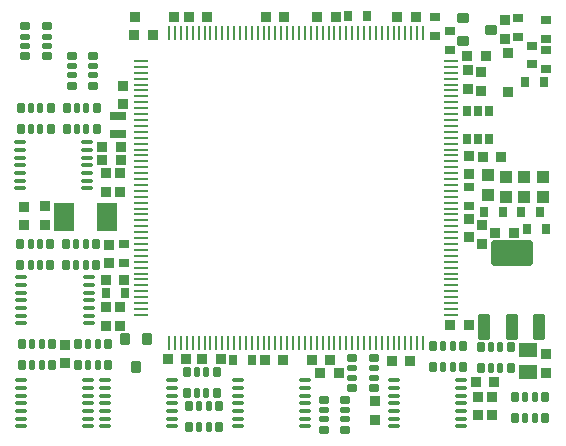
<source format=gtp>
G04*
G04 #@! TF.GenerationSoftware,Altium Limited,Altium Designer,20.0.10 (225)*
G04*
G04 Layer_Color=8421504*
%FSLAX25Y25*%
%MOIN*%
G70*
G01*
G75*
G04:AMPARAMS|DCode=17|XSize=43.31mil|YSize=84.65mil|CornerRadius=4.33mil|HoleSize=0mil|Usage=FLASHONLY|Rotation=0.000|XOffset=0mil|YOffset=0mil|HoleType=Round|Shape=RoundedRectangle|*
%AMROUNDEDRECTD17*
21,1,0.04331,0.07598,0,0,0.0*
21,1,0.03465,0.08465,0,0,0.0*
1,1,0.00866,0.01732,-0.03799*
1,1,0.00866,-0.01732,-0.03799*
1,1,0.00866,-0.01732,0.03799*
1,1,0.00866,0.01732,0.03799*
%
%ADD17ROUNDEDRECTD17*%
G04:AMPARAMS|DCode=18|XSize=43.31mil|YSize=84.65mil|CornerRadius=4.33mil|HoleSize=0mil|Usage=FLASHONLY|Rotation=0.000|XOffset=0mil|YOffset=0mil|HoleType=Round|Shape=RoundedRectangle|*
%AMROUNDEDRECTD18*
21,1,0.04331,0.07599,0,0,0.0*
21,1,0.03465,0.08465,0,0,0.0*
1,1,0.00866,0.01732,-0.03799*
1,1,0.00866,-0.01732,-0.03799*
1,1,0.00866,-0.01732,0.03799*
1,1,0.00866,0.01732,0.03799*
%
%ADD18ROUNDEDRECTD18*%
G04:AMPARAMS|DCode=19|XSize=137.8mil|YSize=84.65mil|CornerRadius=8.47mil|HoleSize=0mil|Usage=FLASHONLY|Rotation=0.000|XOffset=0mil|YOffset=0mil|HoleType=Round|Shape=RoundedRectangle|*
%AMROUNDEDRECTD19*
21,1,0.13780,0.06772,0,0,0.0*
21,1,0.12087,0.08465,0,0,0.0*
1,1,0.01693,0.06043,-0.03386*
1,1,0.01693,-0.06043,-0.03386*
1,1,0.01693,-0.06043,0.03386*
1,1,0.01693,0.06043,0.03386*
%
%ADD19ROUNDEDRECTD19*%
G04:AMPARAMS|DCode=20|XSize=25.59mil|YSize=31.5mil|CornerRadius=2.56mil|HoleSize=0mil|Usage=FLASHONLY|Rotation=90.000|XOffset=0mil|YOffset=0mil|HoleType=Round|Shape=RoundedRectangle|*
%AMROUNDEDRECTD20*
21,1,0.02559,0.02638,0,0,90.0*
21,1,0.02047,0.03150,0,0,90.0*
1,1,0.00512,0.01319,0.01024*
1,1,0.00512,0.01319,-0.01024*
1,1,0.00512,-0.01319,-0.01024*
1,1,0.00512,-0.01319,0.01024*
%
%ADD20ROUNDEDRECTD20*%
G04:AMPARAMS|DCode=21|XSize=17.72mil|YSize=31.5mil|CornerRadius=1.77mil|HoleSize=0mil|Usage=FLASHONLY|Rotation=90.000|XOffset=0mil|YOffset=0mil|HoleType=Round|Shape=RoundedRectangle|*
%AMROUNDEDRECTD21*
21,1,0.01772,0.02795,0,0,90.0*
21,1,0.01417,0.03150,0,0,90.0*
1,1,0.00354,0.01398,0.00709*
1,1,0.00354,0.01398,-0.00709*
1,1,0.00354,-0.01398,-0.00709*
1,1,0.00354,-0.01398,0.00709*
%
%ADD21ROUNDEDRECTD21*%
%ADD22O,0.04331X0.01181*%
%ADD23O,0.05118X0.00866*%
%ADD24O,0.00866X0.05118*%
G04:AMPARAMS|DCode=25|XSize=33.47mil|YSize=33.47mil|CornerRadius=3.35mil|HoleSize=0mil|Usage=FLASHONLY|Rotation=180.000|XOffset=0mil|YOffset=0mil|HoleType=Round|Shape=RoundedRectangle|*
%AMROUNDEDRECTD25*
21,1,0.03347,0.02677,0,0,180.0*
21,1,0.02677,0.03347,0,0,180.0*
1,1,0.00669,-0.01339,0.01339*
1,1,0.00669,0.01339,0.01339*
1,1,0.00669,0.01339,-0.01339*
1,1,0.00669,-0.01339,-0.01339*
%
%ADD25ROUNDEDRECTD25*%
G04:AMPARAMS|DCode=26|XSize=33.47mil|YSize=33.47mil|CornerRadius=3.35mil|HoleSize=0mil|Usage=FLASHONLY|Rotation=270.000|XOffset=0mil|YOffset=0mil|HoleType=Round|Shape=RoundedRectangle|*
%AMROUNDEDRECTD26*
21,1,0.03347,0.02677,0,0,270.0*
21,1,0.02677,0.03347,0,0,270.0*
1,1,0.00669,-0.01339,-0.01339*
1,1,0.00669,-0.01339,0.01339*
1,1,0.00669,0.01339,0.01339*
1,1,0.00669,0.01339,-0.01339*
%
%ADD26ROUNDEDRECTD26*%
G04:AMPARAMS|DCode=27|XSize=39.37mil|YSize=43.31mil|CornerRadius=3.94mil|HoleSize=0mil|Usage=FLASHONLY|Rotation=270.000|XOffset=0mil|YOffset=0mil|HoleType=Round|Shape=RoundedRectangle|*
%AMROUNDEDRECTD27*
21,1,0.03937,0.03543,0,0,270.0*
21,1,0.03150,0.04331,0,0,270.0*
1,1,0.00787,-0.01772,-0.01575*
1,1,0.00787,-0.01772,0.01575*
1,1,0.00787,0.01772,0.01575*
1,1,0.00787,0.01772,-0.01575*
%
%ADD27ROUNDEDRECTD27*%
%ADD28R,0.05906X0.05118*%
G04:AMPARAMS|DCode=29|XSize=27.56mil|YSize=36.22mil|CornerRadius=2.76mil|HoleSize=0mil|Usage=FLASHONLY|Rotation=180.000|XOffset=0mil|YOffset=0mil|HoleType=Round|Shape=RoundedRectangle|*
%AMROUNDEDRECTD29*
21,1,0.02756,0.03071,0,0,180.0*
21,1,0.02205,0.03622,0,0,180.0*
1,1,0.00551,-0.01102,0.01535*
1,1,0.00551,0.01102,0.01535*
1,1,0.00551,0.01102,-0.01535*
1,1,0.00551,-0.01102,-0.01535*
%
%ADD29ROUNDEDRECTD29*%
G04:AMPARAMS|DCode=30|XSize=27.56mil|YSize=36.22mil|CornerRadius=2.76mil|HoleSize=0mil|Usage=FLASHONLY|Rotation=90.000|XOffset=0mil|YOffset=0mil|HoleType=Round|Shape=RoundedRectangle|*
%AMROUNDEDRECTD30*
21,1,0.02756,0.03071,0,0,90.0*
21,1,0.02205,0.03622,0,0,90.0*
1,1,0.00551,0.01535,0.01102*
1,1,0.00551,0.01535,-0.01102*
1,1,0.00551,-0.01535,-0.01102*
1,1,0.00551,-0.01535,0.01102*
%
%ADD30ROUNDEDRECTD30*%
G04:AMPARAMS|DCode=31|XSize=35.43mil|YSize=37.4mil|CornerRadius=3.54mil|HoleSize=0mil|Usage=FLASHONLY|Rotation=270.000|XOffset=0mil|YOffset=0mil|HoleType=Round|Shape=RoundedRectangle|*
%AMROUNDEDRECTD31*
21,1,0.03543,0.03032,0,0,270.0*
21,1,0.02835,0.03740,0,0,270.0*
1,1,0.00709,-0.01516,-0.01417*
1,1,0.00709,-0.01516,0.01417*
1,1,0.00709,0.01516,0.01417*
1,1,0.00709,0.01516,-0.01417*
%
%ADD31ROUNDEDRECTD31*%
G04:AMPARAMS|DCode=32|XSize=35.43mil|YSize=37.4mil|CornerRadius=3.54mil|HoleSize=0mil|Usage=FLASHONLY|Rotation=270.000|XOffset=0mil|YOffset=0mil|HoleType=Round|Shape=RoundedRectangle|*
%AMROUNDEDRECTD32*
21,1,0.03543,0.03032,0,0,270.0*
21,1,0.02835,0.03740,0,0,270.0*
1,1,0.00709,-0.01516,-0.01417*
1,1,0.00709,-0.01516,0.01417*
1,1,0.00709,0.01516,0.01417*
1,1,0.00709,0.01516,-0.01417*
%
%ADD32ROUNDEDRECTD32*%
%ADD33R,0.06693X0.09449*%
G04:AMPARAMS|DCode=34|XSize=23.62mil|YSize=35.43mil|CornerRadius=2.36mil|HoleSize=0mil|Usage=FLASHONLY|Rotation=180.000|XOffset=0mil|YOffset=0mil|HoleType=Round|Shape=RoundedRectangle|*
%AMROUNDEDRECTD34*
21,1,0.02362,0.03071,0,0,180.0*
21,1,0.01890,0.03543,0,0,180.0*
1,1,0.00472,-0.00945,0.01535*
1,1,0.00472,0.00945,0.01535*
1,1,0.00472,0.00945,-0.01535*
1,1,0.00472,-0.00945,-0.01535*
%
%ADD34ROUNDEDRECTD34*%
G04:AMPARAMS|DCode=35|XSize=25.59mil|YSize=31.5mil|CornerRadius=2.56mil|HoleSize=0mil|Usage=FLASHONLY|Rotation=0.000|XOffset=0mil|YOffset=0mil|HoleType=Round|Shape=RoundedRectangle|*
%AMROUNDEDRECTD35*
21,1,0.02559,0.02638,0,0,0.0*
21,1,0.02047,0.03150,0,0,0.0*
1,1,0.00512,0.01024,-0.01319*
1,1,0.00512,-0.01024,-0.01319*
1,1,0.00512,-0.01024,0.01319*
1,1,0.00512,0.01024,0.01319*
%
%ADD35ROUNDEDRECTD35*%
G04:AMPARAMS|DCode=36|XSize=17.72mil|YSize=31.5mil|CornerRadius=1.77mil|HoleSize=0mil|Usage=FLASHONLY|Rotation=0.000|XOffset=0mil|YOffset=0mil|HoleType=Round|Shape=RoundedRectangle|*
%AMROUNDEDRECTD36*
21,1,0.01772,0.02795,0,0,0.0*
21,1,0.01417,0.03150,0,0,0.0*
1,1,0.00354,0.00709,-0.01398*
1,1,0.00354,-0.00709,-0.01398*
1,1,0.00354,-0.00709,0.01398*
1,1,0.00354,0.00709,0.01398*
%
%ADD36ROUNDEDRECTD36*%
G04:AMPARAMS|DCode=37|XSize=35.83mil|YSize=33.47mil|CornerRadius=3.35mil|HoleSize=0mil|Usage=FLASHONLY|Rotation=270.000|XOffset=0mil|YOffset=0mil|HoleType=Round|Shape=RoundedRectangle|*
%AMROUNDEDRECTD37*
21,1,0.03583,0.02677,0,0,270.0*
21,1,0.02913,0.03347,0,0,270.0*
1,1,0.00669,-0.01339,-0.01457*
1,1,0.00669,-0.01339,0.01457*
1,1,0.00669,0.01339,0.01457*
1,1,0.00669,0.01339,-0.01457*
%
%ADD37ROUNDEDRECTD37*%
G04:AMPARAMS|DCode=38|XSize=35.43mil|YSize=37.4mil|CornerRadius=3.54mil|HoleSize=0mil|Usage=FLASHONLY|Rotation=180.000|XOffset=0mil|YOffset=0mil|HoleType=Round|Shape=RoundedRectangle|*
%AMROUNDEDRECTD38*
21,1,0.03543,0.03032,0,0,180.0*
21,1,0.02835,0.03740,0,0,180.0*
1,1,0.00709,-0.01417,0.01516*
1,1,0.00709,0.01417,0.01516*
1,1,0.00709,0.01417,-0.01516*
1,1,0.00709,-0.01417,-0.01516*
%
%ADD38ROUNDEDRECTD38*%
G04:AMPARAMS|DCode=39|XSize=35.43mil|YSize=37.4mil|CornerRadius=3.54mil|HoleSize=0mil|Usage=FLASHONLY|Rotation=180.000|XOffset=0mil|YOffset=0mil|HoleType=Round|Shape=RoundedRectangle|*
%AMROUNDEDRECTD39*
21,1,0.03543,0.03032,0,0,180.0*
21,1,0.02835,0.03740,0,0,180.0*
1,1,0.00709,-0.01417,0.01516*
1,1,0.00709,0.01417,0.01516*
1,1,0.00709,0.01417,-0.01516*
1,1,0.00709,-0.01417,-0.01516*
%
%ADD39ROUNDEDRECTD39*%
G04:AMPARAMS|DCode=40|XSize=27.56mil|YSize=55.12mil|CornerRadius=2.76mil|HoleSize=0mil|Usage=FLASHONLY|Rotation=270.000|XOffset=0mil|YOffset=0mil|HoleType=Round|Shape=RoundedRectangle|*
%AMROUNDEDRECTD40*
21,1,0.02756,0.04961,0,0,270.0*
21,1,0.02205,0.05512,0,0,270.0*
1,1,0.00551,-0.02480,-0.01102*
1,1,0.00551,-0.02480,0.01102*
1,1,0.00551,0.02480,0.01102*
1,1,0.00551,0.02480,-0.01102*
%
%ADD40ROUNDEDRECTD40*%
G04:AMPARAMS|DCode=41|XSize=35.83mil|YSize=33.47mil|CornerRadius=3.35mil|HoleSize=0mil|Usage=FLASHONLY|Rotation=180.000|XOffset=0mil|YOffset=0mil|HoleType=Round|Shape=RoundedRectangle|*
%AMROUNDEDRECTD41*
21,1,0.03583,0.02677,0,0,180.0*
21,1,0.02913,0.03347,0,0,180.0*
1,1,0.00669,-0.01457,0.01339*
1,1,0.00669,0.01457,0.01339*
1,1,0.00669,0.01457,-0.01339*
1,1,0.00669,-0.01457,-0.01339*
%
%ADD41ROUNDEDRECTD41*%
D17*
X158858Y38583D02*
D03*
X176969D02*
D03*
D18*
X167913D02*
D03*
D19*
X167913Y62992D02*
D03*
D20*
X12894Y138681D02*
D03*
X5807D02*
D03*
Y128642D02*
D03*
X12894D02*
D03*
X28504Y128917D02*
D03*
X21417D02*
D03*
Y118877D02*
D03*
X28504D02*
D03*
X105217Y14272D02*
D03*
X112303D02*
D03*
Y4232D02*
D03*
X105217D02*
D03*
X114862Y28150D02*
D03*
X121949D02*
D03*
Y18110D02*
D03*
X114862D02*
D03*
D21*
X5807Y132087D02*
D03*
Y135236D02*
D03*
X12894D02*
D03*
Y132087D02*
D03*
X21417Y122322D02*
D03*
Y125472D02*
D03*
X28504D02*
D03*
Y122322D02*
D03*
X105217Y10827D02*
D03*
Y7677D02*
D03*
X112303D02*
D03*
Y10827D02*
D03*
X114862Y24705D02*
D03*
Y21555D02*
D03*
X121949D02*
D03*
Y24705D02*
D03*
D22*
X128543Y20669D02*
D03*
Y18110D02*
D03*
Y15551D02*
D03*
Y12992D02*
D03*
Y10433D02*
D03*
Y7874D02*
D03*
Y5315D02*
D03*
X150984Y20669D02*
D03*
Y18110D02*
D03*
Y15551D02*
D03*
Y12992D02*
D03*
Y10433D02*
D03*
Y7874D02*
D03*
Y5315D02*
D03*
X4527Y55020D02*
D03*
Y52461D02*
D03*
Y49902D02*
D03*
Y47343D02*
D03*
Y44783D02*
D03*
Y42224D02*
D03*
Y39665D02*
D03*
X26969Y55020D02*
D03*
Y52461D02*
D03*
Y49902D02*
D03*
Y47343D02*
D03*
Y44783D02*
D03*
Y42224D02*
D03*
Y39665D02*
D03*
X4035Y100000D02*
D03*
Y97441D02*
D03*
Y94882D02*
D03*
Y92323D02*
D03*
Y89764D02*
D03*
Y87205D02*
D03*
Y84646D02*
D03*
X26476Y100000D02*
D03*
Y97441D02*
D03*
Y94882D02*
D03*
Y92323D02*
D03*
Y89764D02*
D03*
Y87205D02*
D03*
Y84646D02*
D03*
X54724Y5315D02*
D03*
Y7874D02*
D03*
Y10433D02*
D03*
Y12992D02*
D03*
Y15551D02*
D03*
Y18110D02*
D03*
Y20669D02*
D03*
X32284Y5315D02*
D03*
Y7874D02*
D03*
Y10433D02*
D03*
Y12992D02*
D03*
Y15551D02*
D03*
Y18110D02*
D03*
Y20669D02*
D03*
X99016Y5315D02*
D03*
Y7874D02*
D03*
Y10433D02*
D03*
Y12992D02*
D03*
Y15551D02*
D03*
Y18110D02*
D03*
Y20669D02*
D03*
X76575Y5315D02*
D03*
Y7874D02*
D03*
Y10433D02*
D03*
Y12992D02*
D03*
Y15551D02*
D03*
Y18110D02*
D03*
Y20669D02*
D03*
X4232D02*
D03*
Y18110D02*
D03*
Y15551D02*
D03*
Y12992D02*
D03*
Y10433D02*
D03*
Y7874D02*
D03*
Y5315D02*
D03*
X26673Y20669D02*
D03*
Y18110D02*
D03*
Y15551D02*
D03*
Y12992D02*
D03*
Y10433D02*
D03*
Y7874D02*
D03*
Y5315D02*
D03*
D23*
X44291Y127165D02*
D03*
Y125197D02*
D03*
Y123228D02*
D03*
Y121260D02*
D03*
Y119291D02*
D03*
Y117323D02*
D03*
Y115354D02*
D03*
Y113386D02*
D03*
Y111417D02*
D03*
Y109449D02*
D03*
Y107480D02*
D03*
Y105512D02*
D03*
Y103543D02*
D03*
Y101575D02*
D03*
Y99606D02*
D03*
Y97638D02*
D03*
Y95669D02*
D03*
Y93701D02*
D03*
Y91732D02*
D03*
Y89764D02*
D03*
Y87795D02*
D03*
Y85827D02*
D03*
Y83858D02*
D03*
Y81890D02*
D03*
Y79921D02*
D03*
Y77953D02*
D03*
Y75984D02*
D03*
Y74016D02*
D03*
Y72047D02*
D03*
Y70079D02*
D03*
Y68110D02*
D03*
Y66142D02*
D03*
Y64173D02*
D03*
Y62205D02*
D03*
Y60236D02*
D03*
Y58268D02*
D03*
Y56299D02*
D03*
Y54331D02*
D03*
Y52362D02*
D03*
Y50394D02*
D03*
Y48425D02*
D03*
Y46457D02*
D03*
Y44488D02*
D03*
Y42520D02*
D03*
X147835D02*
D03*
Y44488D02*
D03*
Y46457D02*
D03*
Y48425D02*
D03*
Y50394D02*
D03*
Y52362D02*
D03*
Y54331D02*
D03*
Y56299D02*
D03*
Y58268D02*
D03*
Y60236D02*
D03*
Y62205D02*
D03*
Y64173D02*
D03*
Y66142D02*
D03*
Y68110D02*
D03*
Y70079D02*
D03*
Y72047D02*
D03*
Y74016D02*
D03*
Y75984D02*
D03*
Y77953D02*
D03*
Y79921D02*
D03*
Y81890D02*
D03*
Y83858D02*
D03*
Y85827D02*
D03*
Y87795D02*
D03*
Y89764D02*
D03*
Y91732D02*
D03*
Y93701D02*
D03*
Y95669D02*
D03*
Y97638D02*
D03*
Y99606D02*
D03*
Y101575D02*
D03*
Y103543D02*
D03*
Y105512D02*
D03*
Y107480D02*
D03*
Y109449D02*
D03*
Y111417D02*
D03*
Y113386D02*
D03*
Y115354D02*
D03*
Y117323D02*
D03*
Y119291D02*
D03*
Y121260D02*
D03*
Y123228D02*
D03*
Y125197D02*
D03*
Y127165D02*
D03*
D24*
X53740Y33071D02*
D03*
X55709D02*
D03*
X57677D02*
D03*
X59646D02*
D03*
X61614D02*
D03*
X63583D02*
D03*
X65551D02*
D03*
X67520D02*
D03*
X69488D02*
D03*
X71457D02*
D03*
X73425D02*
D03*
X75394D02*
D03*
X77362D02*
D03*
X79331D02*
D03*
X81299D02*
D03*
X83268D02*
D03*
X85236D02*
D03*
X87205D02*
D03*
X89173D02*
D03*
X91142D02*
D03*
X93110D02*
D03*
X95079D02*
D03*
X97047D02*
D03*
X99016D02*
D03*
X100984D02*
D03*
X102953D02*
D03*
X104921D02*
D03*
X106890D02*
D03*
X108858D02*
D03*
X110827D02*
D03*
X112795D02*
D03*
X114764D02*
D03*
X116732D02*
D03*
X118701D02*
D03*
X120669D02*
D03*
X122638D02*
D03*
X124606D02*
D03*
X126575D02*
D03*
X128543D02*
D03*
X130512D02*
D03*
X132480D02*
D03*
X134449D02*
D03*
X136417D02*
D03*
X138386D02*
D03*
Y136614D02*
D03*
X136417D02*
D03*
X134449D02*
D03*
X132480D02*
D03*
X130512D02*
D03*
X128543D02*
D03*
X126575D02*
D03*
X124606D02*
D03*
X122638D02*
D03*
X120669D02*
D03*
X118701D02*
D03*
X116732D02*
D03*
X114764D02*
D03*
X112795D02*
D03*
X110827D02*
D03*
X108858D02*
D03*
X106890D02*
D03*
X104921D02*
D03*
X102953D02*
D03*
X100984D02*
D03*
X99016D02*
D03*
X97047D02*
D03*
X95079D02*
D03*
X93110D02*
D03*
X91142D02*
D03*
X89173D02*
D03*
X87205D02*
D03*
X85236D02*
D03*
X83268D02*
D03*
X81299D02*
D03*
X79331D02*
D03*
X77362D02*
D03*
X75394D02*
D03*
X73425D02*
D03*
X71457D02*
D03*
X69488D02*
D03*
X67520D02*
D03*
X65551D02*
D03*
X63583D02*
D03*
X61614D02*
D03*
X59646D02*
D03*
X57677D02*
D03*
X55709D02*
D03*
X53740D02*
D03*
D25*
X155945Y20079D02*
D03*
X162165D02*
D03*
X153189Y128740D02*
D03*
X159409D02*
D03*
X162539Y69882D02*
D03*
X168760D02*
D03*
X64803Y27756D02*
D03*
X71024D02*
D03*
X135945Y141811D02*
D03*
X129724D02*
D03*
X127894Y27165D02*
D03*
X134114D02*
D03*
X42067Y135827D02*
D03*
X48287D02*
D03*
X158307Y95177D02*
D03*
X164527D02*
D03*
X53287Y27756D02*
D03*
X59508D02*
D03*
X104173Y23031D02*
D03*
X110394D02*
D03*
X37756Y94193D02*
D03*
X31536D02*
D03*
X66496Y141929D02*
D03*
X60276D02*
D03*
X85965Y141831D02*
D03*
X92185D02*
D03*
X103091Y141831D02*
D03*
X109311D02*
D03*
X153602Y39272D02*
D03*
X147382D02*
D03*
X91791Y27362D02*
D03*
X85571D02*
D03*
X107441Y27461D02*
D03*
X101221D02*
D03*
X37657Y98523D02*
D03*
X31437D02*
D03*
X32618Y54232D02*
D03*
X38839D02*
D03*
D26*
X165650Y140709D02*
D03*
Y134488D02*
D03*
X179429Y23268D02*
D03*
Y29488D02*
D03*
X153248Y117953D02*
D03*
Y124173D02*
D03*
X37303Y83602D02*
D03*
Y89823D02*
D03*
X157776Y117165D02*
D03*
Y123386D02*
D03*
X122343Y7520D02*
D03*
Y13740D02*
D03*
X156791Y8996D02*
D03*
Y15217D02*
D03*
X161221Y15216D02*
D03*
Y8996D02*
D03*
X12500Y78701D02*
D03*
Y72480D02*
D03*
X32776Y83602D02*
D03*
Y89823D02*
D03*
X37402Y38917D02*
D03*
Y45138D02*
D03*
X32579Y38819D02*
D03*
Y45039D02*
D03*
X18996Y26417D02*
D03*
Y32638D02*
D03*
X5413Y72382D02*
D03*
Y78602D02*
D03*
X153543Y89311D02*
D03*
Y95531D02*
D03*
X153642Y74567D02*
D03*
Y68347D02*
D03*
X33760Y59685D02*
D03*
Y65905D02*
D03*
X158169Y72402D02*
D03*
Y66181D02*
D03*
X38484Y118957D02*
D03*
Y112736D02*
D03*
D27*
X178445Y88386D02*
D03*
Y81693D02*
D03*
X165945Y81791D02*
D03*
Y88484D02*
D03*
X172146Y88386D02*
D03*
Y81693D02*
D03*
X160020Y82382D02*
D03*
Y89075D02*
D03*
D28*
X173228Y23327D02*
D03*
Y30807D02*
D03*
D29*
X75197Y27559D02*
D03*
X81496D02*
D03*
X158858Y76968D02*
D03*
X165157D02*
D03*
X119784Y142028D02*
D03*
X113484D02*
D03*
X177362Y76772D02*
D03*
X171063D02*
D03*
X179232Y71260D02*
D03*
X172933D02*
D03*
X32579Y49705D02*
D03*
X38878D02*
D03*
X172244Y120177D02*
D03*
X178543D02*
D03*
D30*
X147244Y130807D02*
D03*
Y137106D02*
D03*
X142520Y135630D02*
D03*
Y141929D02*
D03*
X153642Y85138D02*
D03*
Y78839D02*
D03*
X170177Y141535D02*
D03*
Y135236D02*
D03*
X179232Y130709D02*
D03*
Y124409D02*
D03*
X179232Y140846D02*
D03*
Y134547D02*
D03*
X174606Y132283D02*
D03*
Y125984D02*
D03*
X38583Y59744D02*
D03*
Y66043D02*
D03*
D31*
X161102Y137599D02*
D03*
X151850Y141339D02*
D03*
D32*
Y133858D02*
D03*
D33*
X18602Y75099D02*
D03*
X33169D02*
D03*
D34*
X160531Y100984D02*
D03*
X156791D02*
D03*
X153051D02*
D03*
Y110433D02*
D03*
X156791D02*
D03*
X160531D02*
D03*
D35*
X179035Y8169D02*
D03*
Y15256D02*
D03*
X168996D02*
D03*
Y8169D02*
D03*
X157579Y24705D02*
D03*
Y31791D02*
D03*
X167618D02*
D03*
Y24705D02*
D03*
X29429Y59153D02*
D03*
Y66240D02*
D03*
X19390D02*
D03*
Y59153D02*
D03*
X4134Y59154D02*
D03*
Y66240D02*
D03*
X14173D02*
D03*
Y59154D02*
D03*
X33366Y25787D02*
D03*
Y32874D02*
D03*
X23327D02*
D03*
Y25787D02*
D03*
X4626D02*
D03*
Y32874D02*
D03*
X14665D02*
D03*
Y25787D02*
D03*
X29626Y104331D02*
D03*
Y111417D02*
D03*
X19587D02*
D03*
Y104331D02*
D03*
X141732Y25000D02*
D03*
Y32087D02*
D03*
X151772D02*
D03*
Y25000D02*
D03*
X14272Y104331D02*
D03*
Y111417D02*
D03*
X4232D02*
D03*
Y104331D02*
D03*
X69587Y23524D02*
D03*
Y16437D02*
D03*
X59547D02*
D03*
Y23524D02*
D03*
X60335Y5217D02*
D03*
Y12303D02*
D03*
X70374D02*
D03*
Y5217D02*
D03*
D36*
X172441Y15256D02*
D03*
X175591D02*
D03*
Y8169D02*
D03*
X172441D02*
D03*
X161024Y24705D02*
D03*
X164173D02*
D03*
Y31791D02*
D03*
X161024D02*
D03*
X22835Y66240D02*
D03*
X25984D02*
D03*
Y59153D02*
D03*
X22835D02*
D03*
X7579Y59154D02*
D03*
X10728D02*
D03*
Y66240D02*
D03*
X7579D02*
D03*
X26772Y32874D02*
D03*
X29921D02*
D03*
Y25787D02*
D03*
X26772D02*
D03*
X8071D02*
D03*
X11221D02*
D03*
Y32874D02*
D03*
X8071D02*
D03*
X23032Y111417D02*
D03*
X26181D02*
D03*
Y104331D02*
D03*
X23032D02*
D03*
X145177Y25000D02*
D03*
X148327D02*
D03*
Y32087D02*
D03*
X145177D02*
D03*
X7677Y111417D02*
D03*
X10827D02*
D03*
Y104331D02*
D03*
X7677D02*
D03*
X66142Y23524D02*
D03*
X62992D02*
D03*
Y16437D02*
D03*
X66142D02*
D03*
X63780Y5217D02*
D03*
X66929D02*
D03*
Y12303D02*
D03*
X63780D02*
D03*
D37*
X166732Y116929D02*
D03*
Y129921D02*
D03*
D38*
X46358Y34331D02*
D03*
X42618Y25079D02*
D03*
D39*
X38878Y34331D02*
D03*
D40*
X36614Y108661D02*
D03*
Y102756D02*
D03*
D41*
X55315Y141831D02*
D03*
X42323D02*
D03*
M02*

</source>
